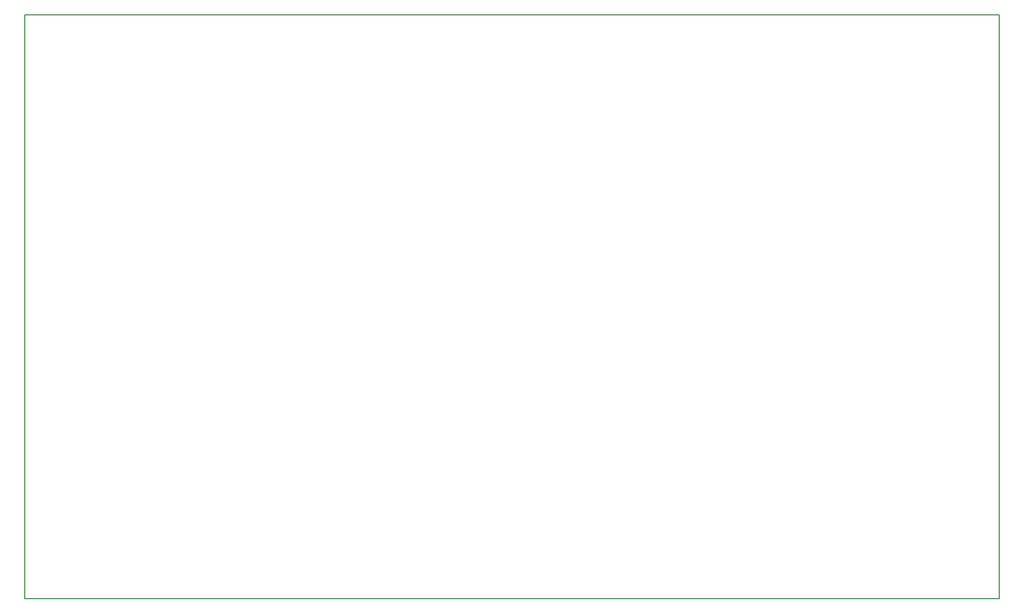
<source format=gbr>
G04 #@! TF.GenerationSoftware,KiCad,Pcbnew,6.0.7+dfsg-1build1*
G04 #@! TF.CreationDate,2023-02-19T10:12:53-06:00*
G04 #@! TF.ProjectId,access-controller,61636365-7373-42d6-936f-6e74726f6c6c,rev?*
G04 #@! TF.SameCoordinates,Original*
G04 #@! TF.FileFunction,Profile,NP*
%FSLAX46Y46*%
G04 Gerber Fmt 4.6, Leading zero omitted, Abs format (unit mm)*
G04 Created by KiCad (PCBNEW 6.0.7+dfsg-1build1) date 2023-02-19 10:12:53*
%MOMM*%
%LPD*%
G01*
G04 APERTURE LIST*
G04 #@! TA.AperFunction,Profile*
%ADD10C,0.150000*%
G04 #@! TD*
G04 APERTURE END LIST*
D10*
X118700000Y-30500000D02*
X118700000Y-120500000D01*
X268700000Y-120500000D02*
X268700000Y-30500000D01*
X118700000Y-120500000D02*
X268700000Y-120500000D01*
X268700000Y-30500000D02*
X118700000Y-30500000D01*
M02*

</source>
